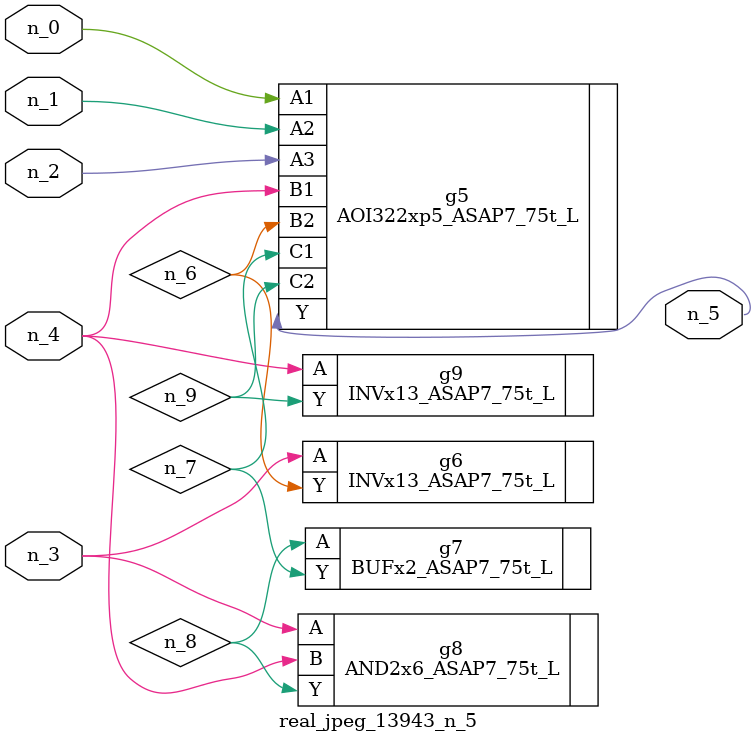
<source format=v>
module real_jpeg_13943_n_5 (n_4, n_0, n_1, n_2, n_3, n_5);

input n_4;
input n_0;
input n_1;
input n_2;
input n_3;

output n_5;

wire n_8;
wire n_6;
wire n_7;
wire n_9;

AOI322xp5_ASAP7_75t_L g5 ( 
.A1(n_0),
.A2(n_1),
.A3(n_2),
.B1(n_4),
.B2(n_6),
.C1(n_7),
.C2(n_9),
.Y(n_5)
);

INVx13_ASAP7_75t_L g6 ( 
.A(n_3),
.Y(n_6)
);

AND2x6_ASAP7_75t_L g8 ( 
.A(n_3),
.B(n_4),
.Y(n_8)
);

INVx13_ASAP7_75t_L g9 ( 
.A(n_4),
.Y(n_9)
);

BUFx2_ASAP7_75t_L g7 ( 
.A(n_8),
.Y(n_7)
);


endmodule
</source>
